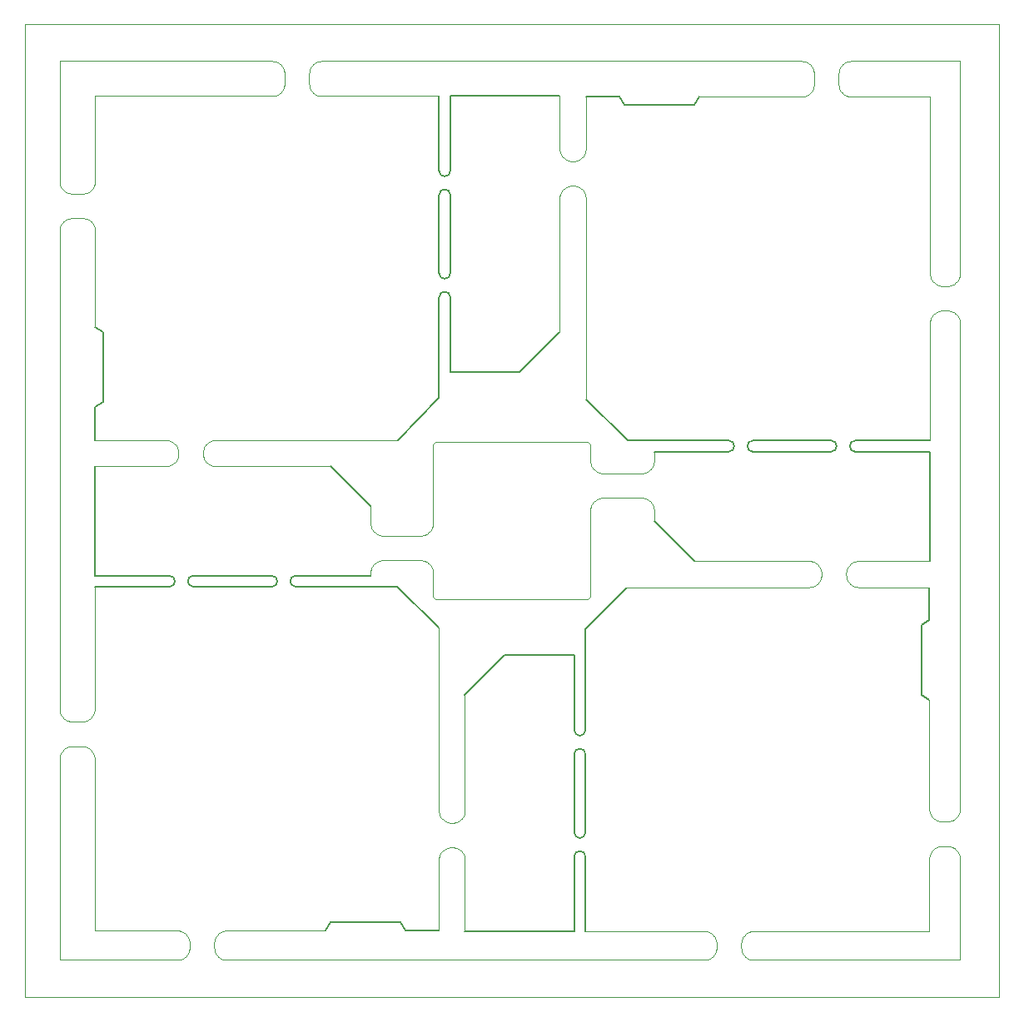
<source format=gbr>
G04 #@! TF.GenerationSoftware,KiCad,Pcbnew,(5.1.4)-1*
G04 #@! TF.CreationDate,2019-09-04T16:38:23-07:00*
G04 #@! TF.ProjectId,output.sprite_panel,6f757470-7574-42e7-9370-726974655f70,rev?*
G04 #@! TF.SameCoordinates,Original*
G04 #@! TF.FileFunction,Profile,NP*
%FSLAX46Y46*%
G04 Gerber Fmt 4.6, Leading zero omitted, Abs format (unit mm)*
G04 Created by KiCad (PCBNEW (5.1.4)-1) date 2019-09-04 16:38:23*
%MOMM*%
%LPD*%
G04 APERTURE LIST*
%ADD10C,0.150000*%
%ADD11C,0.050800*%
%ADD12C,0.100000*%
G04 APERTURE END LIST*
D10*
X143649700Y-98425000D02*
X147828000Y-94158400D01*
X142506700Y-129159000D02*
X131394200Y-129159000D01*
X143648956Y-98425000D02*
X143648956Y-108686600D01*
X142506700Y-129159000D02*
X142507444Y-121564400D01*
X178624900Y-97536000D02*
X178624900Y-94158400D01*
X177800000Y-105156000D02*
X178624900Y-105664000D01*
X131394200Y-105156000D02*
X135458200Y-101092000D01*
X135458200Y-101092000D02*
X142507444Y-101092000D01*
X142507444Y-108686600D02*
X142507444Y-101092000D01*
X142506700Y-119100600D02*
X142506700Y-111150400D01*
X177800000Y-105156000D02*
X177800000Y-98044000D01*
X177800000Y-98044000D02*
X178624900Y-97536000D01*
X143648956Y-121564400D02*
X143649700Y-129158400D01*
X143648956Y-111150400D02*
X143648956Y-119100600D01*
X142507444Y-121564400D02*
G75*
G02X143648956Y-121564400I570756J0D01*
G01*
X143648956Y-119100600D02*
G75*
G02X142507444Y-119100600I-570756J0D01*
G01*
X142507444Y-111150400D02*
G75*
G02X143648956Y-111150400I570756J0D01*
G01*
X143648956Y-108686600D02*
G75*
G02X142507444Y-108686600I-570756J0D01*
G01*
X147955000Y-79235300D02*
X143688400Y-75057000D01*
X158216600Y-79236044D02*
G75*
G02X158216600Y-80377556I0J-570756D01*
G01*
X171094400Y-80377556D02*
G75*
G02X171094400Y-79236044I0J570756D01*
G01*
X160680400Y-80377556D02*
G75*
G02X160680400Y-79236044I0J570756D01*
G01*
X168630600Y-79236044D02*
G75*
G02X168630600Y-80377556I0J-570756D01*
G01*
X168630600Y-80378300D02*
X160680400Y-80378300D01*
X158216600Y-80377556D02*
X150622000Y-80377556D01*
X178689000Y-80378300D02*
X178689000Y-91490800D01*
X147955000Y-79236044D02*
X158216600Y-79236044D01*
X171094400Y-79236044D02*
X178688400Y-79235300D01*
X160680400Y-79236044D02*
X168630600Y-79236044D01*
X154686000Y-45085000D02*
X147574000Y-45085000D01*
X147574000Y-45085000D02*
X147066000Y-44260100D01*
X147066000Y-44260100D02*
X143688400Y-44260100D01*
X178689000Y-80378300D02*
X171094400Y-80377556D01*
X154686000Y-91490800D02*
X150622000Y-87426800D01*
X154686000Y-45085000D02*
X155194000Y-44260100D01*
D11*
X86614000Y-36890000D02*
X185740000Y-36890000D01*
X185740000Y-135890000D02*
X185740000Y-36890000D01*
X86614000Y-135890000D02*
X86614000Y-36890000D01*
X86614000Y-135890000D02*
X185740000Y-135890000D01*
D10*
X128766044Y-54254400D02*
G75*
G02X129907556Y-54254400I570756J0D01*
G01*
X129907556Y-51790600D02*
G75*
G02X128766044Y-51790600I-570756J0D01*
G01*
X128766044Y-64668400D02*
G75*
G02X129907556Y-64668400I570756J0D01*
G01*
X129907556Y-62204600D02*
G75*
G02X128766044Y-62204600I-570756J0D01*
G01*
X128765300Y-74930000D02*
X124587000Y-79196600D01*
X129908300Y-54254400D02*
X129908300Y-62204600D01*
X129908300Y-44196000D02*
X129907556Y-51790600D01*
X129907556Y-64668400D02*
X129907556Y-72263000D01*
X128766044Y-74930000D02*
X128766044Y-64668400D01*
X128766044Y-62204600D02*
X128766044Y-54254400D01*
X128766044Y-51790600D02*
X128765300Y-44196600D01*
X136956800Y-72263000D02*
X129907556Y-72263000D01*
X141020800Y-68199000D02*
X136956800Y-72263000D01*
X129908300Y-44196000D02*
X141020800Y-44196000D01*
X94615000Y-68199000D02*
X93790100Y-67691000D01*
X94615000Y-75311000D02*
X93790100Y-75819000D01*
X93790100Y-75819000D02*
X93790100Y-79196600D01*
X94615000Y-68199000D02*
X94615000Y-75311000D01*
X103784400Y-94118956D02*
G75*
G02X103784400Y-92977444I0J570756D01*
G01*
X101320600Y-92977444D02*
G75*
G02X101320600Y-94118956I0J-570756D01*
G01*
X114198400Y-94118956D02*
G75*
G02X114198400Y-92977444I0J570756D01*
G01*
X111734600Y-92977444D02*
G75*
G02X111734600Y-94118956I0J-570756D01*
G01*
X124460000Y-94119700D02*
X128726600Y-98298000D01*
X103784400Y-92976700D02*
X111734600Y-92976700D01*
X93726000Y-92976700D02*
X101320600Y-92977444D01*
X114198400Y-92977444D02*
X121793000Y-92977444D01*
X124460000Y-94118956D02*
X114198400Y-94118956D01*
X111734600Y-94118956D02*
X103784400Y-94118956D01*
X101320600Y-94118956D02*
X93726600Y-94119700D01*
X117729000Y-81864200D02*
X121793000Y-85928200D01*
X93726000Y-92976700D02*
X93726000Y-81864200D01*
X117729000Y-128270000D02*
X117221000Y-129094900D01*
X124841000Y-128270000D02*
X125349000Y-129094900D01*
X125349000Y-129094900D02*
X128726600Y-129094900D01*
X117729000Y-128270000D02*
X124841000Y-128270000D01*
D12*
X144145000Y-95123000D02*
X143891000Y-95377000D01*
X128397000Y-95377000D02*
X128143000Y-95123000D01*
X128143000Y-79629000D02*
X128397000Y-79375000D01*
X143891000Y-79375000D02*
X144145000Y-79629000D01*
X143891000Y-79375000D02*
X128397000Y-79375000D01*
X128397000Y-95375000D02*
X143891000Y-95375000D01*
X160741998Y-132080000D02*
X181736000Y-132080000D01*
X155742010Y-129158400D02*
X143649700Y-129158400D01*
X160742013Y-129158400D02*
X178624900Y-129158400D01*
X160741998Y-132080000D02*
X160642294Y-132072313D01*
X160742013Y-129158400D02*
X160642309Y-129166087D01*
X160642294Y-132072313D02*
X160543476Y-132056985D01*
X160642309Y-129166087D02*
X160543491Y-129181415D01*
X160543476Y-132056985D02*
X160446129Y-132034107D01*
X160543491Y-129181415D02*
X160446144Y-129204293D01*
X160446129Y-132034107D02*
X160350829Y-132003814D01*
X160446144Y-129204293D02*
X160350844Y-129234586D01*
X160350829Y-132003814D02*
X160258139Y-131966285D01*
X160350844Y-129234586D02*
X160258154Y-129272115D01*
X160258139Y-131966285D02*
X160168608Y-131921742D01*
X160258154Y-129272115D02*
X160168623Y-129316658D01*
X160168608Y-131921742D02*
X160082766Y-131870449D01*
X160168623Y-129316658D02*
X160082781Y-129367951D01*
X160082766Y-131870449D02*
X160001121Y-131812709D01*
X160082781Y-129367951D02*
X160001136Y-129425691D01*
X160001121Y-131812709D02*
X159924156Y-131748864D01*
X160001136Y-129425691D02*
X159924171Y-129489536D01*
X159924156Y-131748864D02*
X159852326Y-131679292D01*
X159924171Y-129489536D02*
X159852341Y-129559108D01*
X159852326Y-131679292D02*
X159786056Y-131604405D01*
X159852341Y-129559108D02*
X159786071Y-129633995D01*
X159786056Y-131604405D02*
X159725738Y-131524646D01*
X159786071Y-129633995D02*
X159725753Y-129713754D01*
X159725738Y-131524646D02*
X159671729Y-131440487D01*
X159725753Y-129713754D02*
X159671744Y-129797913D01*
X159671729Y-131440487D02*
X159624349Y-131352426D01*
X159671744Y-129797913D02*
X159624364Y-129885974D01*
X159624349Y-131352426D02*
X159583878Y-131260984D01*
X159624364Y-129885974D02*
X159583893Y-129977416D01*
X159583878Y-131260984D02*
X159550556Y-131166702D01*
X159583893Y-129977416D02*
X159550571Y-130071698D01*
X159550556Y-131166702D02*
X159524580Y-131070138D01*
X159550571Y-130071698D02*
X159524595Y-130168262D01*
X159524580Y-131070138D02*
X159506103Y-130971863D01*
X159524595Y-130168262D02*
X159506118Y-130266537D01*
X159506103Y-130971863D02*
X159495235Y-130872458D01*
X159506118Y-130266537D02*
X159495250Y-130365942D01*
X159495235Y-130872458D02*
X159492040Y-130772512D01*
X159495250Y-130365942D02*
X159492055Y-130465888D01*
X159492040Y-130772512D02*
X159492055Y-130465888D01*
X155742055Y-132080000D02*
X155841759Y-132072313D01*
X155742010Y-129158400D02*
X155841714Y-129166087D01*
X155841759Y-132072313D02*
X155940577Y-132056985D01*
X155841714Y-129166087D02*
X155940532Y-129181415D01*
X155940577Y-132056985D02*
X156037924Y-132034107D01*
X155940532Y-129181415D02*
X156037879Y-129204293D01*
X156037924Y-132034107D02*
X156133224Y-132003814D01*
X156037879Y-129204293D02*
X156133179Y-129234586D01*
X156133224Y-132003814D02*
X156225914Y-131966285D01*
X156133179Y-129234586D02*
X156225869Y-129272115D01*
X156225914Y-131966285D02*
X156315445Y-131921742D01*
X156225869Y-129272115D02*
X156315400Y-129316658D01*
X156315445Y-131921742D02*
X156401287Y-131870449D01*
X156315400Y-129316658D02*
X156401242Y-129367951D01*
X156401287Y-131870449D02*
X156482932Y-131812709D01*
X156401242Y-129367951D02*
X156482887Y-129425691D01*
X156482932Y-131812709D02*
X156559897Y-131748864D01*
X156482887Y-129425691D02*
X156559852Y-129489536D01*
X156559897Y-131748864D02*
X156631727Y-131679292D01*
X156559852Y-129489536D02*
X156631682Y-129559108D01*
X156631727Y-131679292D02*
X156697997Y-131604405D01*
X156631682Y-129559108D02*
X156697952Y-129633995D01*
X156697997Y-131604405D02*
X156758315Y-131524646D01*
X156697952Y-129633995D02*
X156758270Y-129713754D01*
X156758315Y-131524646D02*
X156812324Y-131440487D01*
X156758270Y-129713754D02*
X156812279Y-129797913D01*
X156812324Y-131440487D02*
X156859704Y-131352426D01*
X156812279Y-129797913D02*
X156859659Y-129885974D01*
X156859704Y-131352426D02*
X156900175Y-131260984D01*
X156859659Y-129885974D02*
X156900130Y-129977416D01*
X156900175Y-131260984D02*
X156933497Y-131166702D01*
X156900130Y-129977416D02*
X156933452Y-130071698D01*
X156933497Y-131166702D02*
X156959473Y-131070138D01*
X156933452Y-130071698D02*
X156959428Y-130168262D01*
X156959473Y-131070138D02*
X156977950Y-130971863D01*
X156959428Y-130168262D02*
X156977905Y-130266537D01*
X156977950Y-130971863D02*
X156988818Y-130872458D01*
X156977905Y-130266537D02*
X156988773Y-130365942D01*
X156988818Y-130872458D02*
X156992013Y-130772512D01*
X156988773Y-130365942D02*
X156991968Y-130465888D01*
X156992013Y-130772512D02*
X156991968Y-130465888D01*
X128726600Y-121880008D02*
X128726600Y-129094900D01*
X128726600Y-116879990D02*
X128726600Y-98298000D01*
X131394200Y-121879995D02*
X131394200Y-129158400D01*
X131394200Y-116879990D02*
X131394200Y-105156000D01*
X131394200Y-121879995D02*
X131386513Y-121780291D01*
X128726600Y-121880008D02*
X128734287Y-121780304D01*
X131386513Y-121780291D02*
X131371185Y-121681473D01*
X128734287Y-121780304D02*
X128749615Y-121681486D01*
X131371185Y-121681473D02*
X131348307Y-121584126D01*
X128749615Y-121681486D02*
X128772493Y-121584139D01*
X131348307Y-121584126D02*
X131318014Y-121488826D01*
X128772493Y-121584139D02*
X128802786Y-121488839D01*
X131318014Y-121488826D02*
X131280485Y-121396136D01*
X128802786Y-121488839D02*
X128840315Y-121396149D01*
X131280485Y-121396136D02*
X131235942Y-121306605D01*
X128840315Y-121396149D02*
X128884858Y-121306618D01*
X131235942Y-121306605D02*
X131184649Y-121220763D01*
X128884858Y-121306618D02*
X128936151Y-121220776D01*
X131184649Y-121220763D02*
X131126909Y-121139118D01*
X128936151Y-121220776D02*
X128993891Y-121139131D01*
X131126909Y-121139118D02*
X131063064Y-121062153D01*
X128993891Y-121139131D02*
X129057736Y-121062166D01*
X131063064Y-121062153D02*
X130993492Y-120990323D01*
X129057736Y-121062166D02*
X129127308Y-120990336D01*
X130993492Y-120990323D02*
X130918605Y-120924053D01*
X129127308Y-120990336D02*
X129202195Y-120924066D01*
X130918605Y-120924053D02*
X130838846Y-120863735D01*
X129202195Y-120924066D02*
X129281954Y-120863748D01*
X130838846Y-120863735D02*
X130754687Y-120809726D01*
X129281954Y-120863748D02*
X129366113Y-120809739D01*
X130754687Y-120809726D02*
X130666626Y-120762346D01*
X129366113Y-120809739D02*
X129454174Y-120762359D01*
X130666626Y-120762346D02*
X130575184Y-120721875D01*
X129454174Y-120762359D02*
X129545616Y-120721888D01*
X130575184Y-120721875D02*
X130480902Y-120688553D01*
X129545616Y-120721888D02*
X129639898Y-120688566D01*
X130480902Y-120688553D02*
X130384338Y-120662577D01*
X129639898Y-120688566D02*
X129736462Y-120662590D01*
X130384338Y-120662577D02*
X130286063Y-120644100D01*
X129736462Y-120662590D02*
X129834737Y-120644113D01*
X130286063Y-120644100D02*
X130186658Y-120633232D01*
X129834737Y-120644113D02*
X129934142Y-120633245D01*
X130186658Y-120633232D02*
X130086712Y-120630037D01*
X129934142Y-120633245D02*
X130034088Y-120630050D01*
X130034088Y-120630050D02*
X130086712Y-120630037D01*
X131394200Y-116879990D02*
X131386513Y-116979694D01*
X128726600Y-116879990D02*
X128734287Y-116979694D01*
X131386513Y-116979694D02*
X131371185Y-117078512D01*
X128734287Y-116979694D02*
X128749615Y-117078512D01*
X131371185Y-117078512D02*
X131348307Y-117175859D01*
X128749615Y-117078512D02*
X128772493Y-117175859D01*
X131348307Y-117175859D02*
X131318014Y-117271159D01*
X128772493Y-117175859D02*
X128802786Y-117271159D01*
X131318014Y-117271159D02*
X131280485Y-117363849D01*
X128802786Y-117271159D02*
X128840315Y-117363849D01*
X131280485Y-117363849D02*
X131235942Y-117453380D01*
X128840315Y-117363849D02*
X128884858Y-117453380D01*
X131235942Y-117453380D02*
X131184649Y-117539222D01*
X128884858Y-117453380D02*
X128936151Y-117539222D01*
X131184649Y-117539222D02*
X131126909Y-117620867D01*
X128936151Y-117539222D02*
X128993891Y-117620867D01*
X131126909Y-117620867D02*
X131063064Y-117697832D01*
X128993891Y-117620867D02*
X129057736Y-117697832D01*
X131063064Y-117697832D02*
X130993492Y-117769662D01*
X129057736Y-117697832D02*
X129127308Y-117769662D01*
X130993492Y-117769662D02*
X130918605Y-117835932D01*
X129127308Y-117769662D02*
X129202195Y-117835932D01*
X130918605Y-117835932D02*
X130838846Y-117896250D01*
X129202195Y-117835932D02*
X129281954Y-117896250D01*
X130838846Y-117896250D02*
X130754687Y-117950259D01*
X129281954Y-117896250D02*
X129366113Y-117950259D01*
X130754687Y-117950259D02*
X130666626Y-117997639D01*
X129366113Y-117950259D02*
X129454174Y-117997639D01*
X130666626Y-117997639D02*
X130575184Y-118038110D01*
X129454174Y-117997639D02*
X129545616Y-118038110D01*
X130575184Y-118038110D02*
X130480902Y-118071432D01*
X129545616Y-118038110D02*
X129639898Y-118071432D01*
X130480902Y-118071432D02*
X130384338Y-118097408D01*
X129639898Y-118071432D02*
X129736462Y-118097408D01*
X130384338Y-118097408D02*
X130286063Y-118115885D01*
X129736462Y-118097408D02*
X129834737Y-118115885D01*
X130286063Y-118115885D02*
X130186658Y-118126753D01*
X129834737Y-118115885D02*
X129934142Y-118126753D01*
X130186658Y-118126753D02*
X130086712Y-118129948D01*
X129934142Y-118126753D02*
X130034088Y-118129948D01*
X130034088Y-118129948D02*
X130086712Y-118129948D01*
X101004992Y-79196600D02*
X93790100Y-79196600D01*
X106005010Y-79196600D02*
X124587000Y-79196600D01*
X101005005Y-81864200D02*
X93726600Y-81864200D01*
X106005010Y-81864200D02*
X117729000Y-81864200D01*
X101005005Y-81864200D02*
X101104709Y-81856513D01*
X101004992Y-79196600D02*
X101104696Y-79204287D01*
X101104709Y-81856513D02*
X101203527Y-81841185D01*
X101104696Y-79204287D02*
X101203514Y-79219615D01*
X101203527Y-81841185D02*
X101300874Y-81818307D01*
X101203514Y-79219615D02*
X101300861Y-79242493D01*
X101300874Y-81818307D02*
X101396174Y-81788014D01*
X101300861Y-79242493D02*
X101396161Y-79272786D01*
X101396174Y-81788014D02*
X101488864Y-81750485D01*
X101396161Y-79272786D02*
X101488851Y-79310315D01*
X101488864Y-81750485D02*
X101578395Y-81705942D01*
X101488851Y-79310315D02*
X101578382Y-79354858D01*
X101578395Y-81705942D02*
X101664237Y-81654649D01*
X101578382Y-79354858D02*
X101664224Y-79406151D01*
X101664237Y-81654649D02*
X101745882Y-81596909D01*
X101664224Y-79406151D02*
X101745869Y-79463891D01*
X101745882Y-81596909D02*
X101822847Y-81533064D01*
X101745869Y-79463891D02*
X101822834Y-79527736D01*
X101822847Y-81533064D02*
X101894677Y-81463492D01*
X101822834Y-79527736D02*
X101894664Y-79597308D01*
X101894677Y-81463492D02*
X101960947Y-81388605D01*
X101894664Y-79597308D02*
X101960934Y-79672195D01*
X101960947Y-81388605D02*
X102021265Y-81308846D01*
X101960934Y-79672195D02*
X102021252Y-79751954D01*
X102021265Y-81308846D02*
X102075274Y-81224687D01*
X102021252Y-79751954D02*
X102075261Y-79836113D01*
X102075274Y-81224687D02*
X102122654Y-81136626D01*
X102075261Y-79836113D02*
X102122641Y-79924174D01*
X102122654Y-81136626D02*
X102163125Y-81045184D01*
X102122641Y-79924174D02*
X102163112Y-80015616D01*
X102163125Y-81045184D02*
X102196447Y-80950902D01*
X102163112Y-80015616D02*
X102196434Y-80109898D01*
X102196447Y-80950902D02*
X102222423Y-80854338D01*
X102196434Y-80109898D02*
X102222410Y-80206462D01*
X102222423Y-80854338D02*
X102240900Y-80756063D01*
X102222410Y-80206462D02*
X102240887Y-80304737D01*
X102240900Y-80756063D02*
X102251768Y-80656658D01*
X102240887Y-80304737D02*
X102251755Y-80404142D01*
X102251768Y-80656658D02*
X102254963Y-80556712D01*
X102251755Y-80404142D02*
X102254950Y-80504088D01*
X102254950Y-80504088D02*
X102254963Y-80556712D01*
X106005010Y-81864200D02*
X105905306Y-81856513D01*
X106005010Y-79196600D02*
X105905306Y-79204287D01*
X105905306Y-81856513D02*
X105806488Y-81841185D01*
X105905306Y-79204287D02*
X105806488Y-79219615D01*
X105806488Y-81841185D02*
X105709141Y-81818307D01*
X105806488Y-79219615D02*
X105709141Y-79242493D01*
X105709141Y-81818307D02*
X105613841Y-81788014D01*
X105709141Y-79242493D02*
X105613841Y-79272786D01*
X105613841Y-81788014D02*
X105521151Y-81750485D01*
X105613841Y-79272786D02*
X105521151Y-79310315D01*
X105521151Y-81750485D02*
X105431620Y-81705942D01*
X105521151Y-79310315D02*
X105431620Y-79354858D01*
X105431620Y-81705942D02*
X105345778Y-81654649D01*
X105431620Y-79354858D02*
X105345778Y-79406151D01*
X105345778Y-81654649D02*
X105264133Y-81596909D01*
X105345778Y-79406151D02*
X105264133Y-79463891D01*
X105264133Y-81596909D02*
X105187168Y-81533064D01*
X105264133Y-79463891D02*
X105187168Y-79527736D01*
X105187168Y-81533064D02*
X105115338Y-81463492D01*
X105187168Y-79527736D02*
X105115338Y-79597308D01*
X105115338Y-81463492D02*
X105049068Y-81388605D01*
X105115338Y-79597308D02*
X105049068Y-79672195D01*
X105049068Y-81388605D02*
X104988750Y-81308846D01*
X105049068Y-79672195D02*
X104988750Y-79751954D01*
X104988750Y-81308846D02*
X104934741Y-81224687D01*
X104988750Y-79751954D02*
X104934741Y-79836113D01*
X104934741Y-81224687D02*
X104887361Y-81136626D01*
X104934741Y-79836113D02*
X104887361Y-79924174D01*
X104887361Y-81136626D02*
X104846890Y-81045184D01*
X104887361Y-79924174D02*
X104846890Y-80015616D01*
X104846890Y-81045184D02*
X104813568Y-80950902D01*
X104846890Y-80015616D02*
X104813568Y-80109898D01*
X104813568Y-80950902D02*
X104787592Y-80854338D01*
X104813568Y-80109898D02*
X104787592Y-80206462D01*
X104787592Y-80854338D02*
X104769115Y-80756063D01*
X104787592Y-80206462D02*
X104769115Y-80304737D01*
X104769115Y-80756063D02*
X104758247Y-80656658D01*
X104769115Y-80304737D02*
X104758247Y-80404142D01*
X104758247Y-80656658D02*
X104755052Y-80556712D01*
X104758247Y-80404142D02*
X104755052Y-80504088D01*
X104755052Y-80504088D02*
X104755052Y-80556712D01*
X171409995Y-91490800D02*
X178688400Y-91490800D01*
X166409990Y-91490800D02*
X154686000Y-91490800D01*
X171410008Y-94158400D02*
X178624900Y-94158400D01*
X166409990Y-94158400D02*
X147828000Y-94158400D01*
X166409990Y-94158400D02*
X166509694Y-94150713D01*
X166409990Y-91490800D02*
X166509694Y-91498487D01*
X166509694Y-94150713D02*
X166608512Y-94135385D01*
X166509694Y-91498487D02*
X166608512Y-91513815D01*
X166608512Y-94135385D02*
X166705859Y-94112507D01*
X166608512Y-91513815D02*
X166705859Y-91536693D01*
X166705859Y-94112507D02*
X166801159Y-94082214D01*
X166705859Y-91536693D02*
X166801159Y-91566986D01*
X166801159Y-94082214D02*
X166893849Y-94044685D01*
X166801159Y-91566986D02*
X166893849Y-91604515D01*
X166893849Y-94044685D02*
X166983380Y-94000142D01*
X166893849Y-91604515D02*
X166983380Y-91649058D01*
X166983380Y-94000142D02*
X167069222Y-93948849D01*
X166983380Y-91649058D02*
X167069222Y-91700351D01*
X167069222Y-93948849D02*
X167150867Y-93891109D01*
X167069222Y-91700351D02*
X167150867Y-91758091D01*
X167150867Y-93891109D02*
X167227832Y-93827264D01*
X167150867Y-91758091D02*
X167227832Y-91821936D01*
X167227832Y-93827264D02*
X167299662Y-93757692D01*
X167227832Y-91821936D02*
X167299662Y-91891508D01*
X167299662Y-93757692D02*
X167365932Y-93682805D01*
X167299662Y-91891508D02*
X167365932Y-91966395D01*
X167365932Y-93682805D02*
X167426250Y-93603046D01*
X167365932Y-91966395D02*
X167426250Y-92046154D01*
X167426250Y-93603046D02*
X167480259Y-93518887D01*
X167426250Y-92046154D02*
X167480259Y-92130313D01*
X167480259Y-93518887D02*
X167527639Y-93430826D01*
X167480259Y-92130313D02*
X167527639Y-92218374D01*
X167527639Y-93430826D02*
X167568110Y-93339384D01*
X167527639Y-92218374D02*
X167568110Y-92309816D01*
X167568110Y-93339384D02*
X167601432Y-93245102D01*
X167568110Y-92309816D02*
X167601432Y-92404098D01*
X167601432Y-93245102D02*
X167627408Y-93148538D01*
X167601432Y-92404098D02*
X167627408Y-92500662D01*
X167627408Y-93148538D02*
X167645885Y-93050263D01*
X167627408Y-92500662D02*
X167645885Y-92598937D01*
X167645885Y-93050263D02*
X167656753Y-92950858D01*
X167645885Y-92598937D02*
X167656753Y-92698342D01*
X167656753Y-92950858D02*
X167659948Y-92850912D01*
X167656753Y-92698342D02*
X167659948Y-92798288D01*
X167659948Y-92798288D02*
X167659948Y-92850912D01*
X171409995Y-91490800D02*
X171310291Y-91498487D01*
X171410008Y-94158400D02*
X171310304Y-94150713D01*
X171310291Y-91498487D02*
X171211473Y-91513815D01*
X171310304Y-94150713D02*
X171211486Y-94135385D01*
X171211473Y-91513815D02*
X171114126Y-91536693D01*
X171211486Y-94135385D02*
X171114139Y-94112507D01*
X171114126Y-91536693D02*
X171018826Y-91566986D01*
X171114139Y-94112507D02*
X171018839Y-94082214D01*
X171018826Y-91566986D02*
X170926136Y-91604515D01*
X171018839Y-94082214D02*
X170926149Y-94044685D01*
X170926136Y-91604515D02*
X170836605Y-91649058D01*
X170926149Y-94044685D02*
X170836618Y-94000142D01*
X170836605Y-91649058D02*
X170750763Y-91700351D01*
X170836618Y-94000142D02*
X170750776Y-93948849D01*
X170750763Y-91700351D02*
X170669118Y-91758091D01*
X170750776Y-93948849D02*
X170669131Y-93891109D01*
X170669118Y-91758091D02*
X170592153Y-91821936D01*
X170669131Y-93891109D02*
X170592166Y-93827264D01*
X170592153Y-91821936D02*
X170520323Y-91891508D01*
X170592166Y-93827264D02*
X170520336Y-93757692D01*
X170520323Y-91891508D02*
X170454053Y-91966395D01*
X170520336Y-93757692D02*
X170454066Y-93682805D01*
X170454053Y-91966395D02*
X170393735Y-92046154D01*
X170454066Y-93682805D02*
X170393748Y-93603046D01*
X170393735Y-92046154D02*
X170339726Y-92130313D01*
X170393748Y-93603046D02*
X170339739Y-93518887D01*
X170339726Y-92130313D02*
X170292346Y-92218374D01*
X170339739Y-93518887D02*
X170292359Y-93430826D01*
X170292346Y-92218374D02*
X170251875Y-92309816D01*
X170292359Y-93430826D02*
X170251888Y-93339384D01*
X170251875Y-92309816D02*
X170218553Y-92404098D01*
X170251888Y-93339384D02*
X170218566Y-93245102D01*
X170218553Y-92404098D02*
X170192577Y-92500662D01*
X170218566Y-93245102D02*
X170192590Y-93148538D01*
X170192577Y-92500662D02*
X170174100Y-92598937D01*
X170192590Y-93148538D02*
X170174113Y-93050263D01*
X170174100Y-92598937D02*
X170163232Y-92698342D01*
X170174113Y-93050263D02*
X170163245Y-92950858D01*
X170163232Y-92698342D02*
X170160037Y-92798288D01*
X170163245Y-92950858D02*
X170160050Y-92850912D01*
X170160037Y-92798288D02*
X170160050Y-92850912D01*
X143688400Y-49569992D02*
X143688400Y-44260100D01*
X143688400Y-54570008D02*
X143688400Y-75057000D01*
X141020800Y-49569997D02*
X141020800Y-44196600D01*
X141020800Y-54569995D02*
X141020800Y-68199000D01*
X141020800Y-49569997D02*
X141028487Y-49669701D01*
X143688400Y-49569992D02*
X143680713Y-49669696D01*
X141028487Y-49669701D02*
X141043815Y-49768519D01*
X143680713Y-49669696D02*
X143665385Y-49768514D01*
X141043815Y-49768519D02*
X141066693Y-49865866D01*
X143665385Y-49768514D02*
X143642507Y-49865861D01*
X141066693Y-49865866D02*
X141096986Y-49961166D01*
X143642507Y-49865861D02*
X143612214Y-49961161D01*
X141096986Y-49961166D02*
X141134515Y-50053856D01*
X143612214Y-49961161D02*
X143574685Y-50053851D01*
X141134515Y-50053856D02*
X141179058Y-50143387D01*
X143574685Y-50053851D02*
X143530142Y-50143382D01*
X141179058Y-50143387D02*
X141230351Y-50229229D01*
X143530142Y-50143382D02*
X143478849Y-50229224D01*
X141230351Y-50229229D02*
X141288091Y-50310874D01*
X143478849Y-50229224D02*
X143421109Y-50310869D01*
X141288091Y-50310874D02*
X141351936Y-50387839D01*
X143421109Y-50310869D02*
X143357264Y-50387834D01*
X141351936Y-50387839D02*
X141421508Y-50459669D01*
X143357264Y-50387834D02*
X143287692Y-50459664D01*
X141421508Y-50459669D02*
X141496395Y-50525939D01*
X143287692Y-50459664D02*
X143212805Y-50525934D01*
X141496395Y-50525939D02*
X141576154Y-50586257D01*
X143212805Y-50525934D02*
X143133046Y-50586252D01*
X141576154Y-50586257D02*
X141660313Y-50640266D01*
X143133046Y-50586252D02*
X143048887Y-50640261D01*
X141660313Y-50640266D02*
X141748374Y-50687646D01*
X143048887Y-50640261D02*
X142960826Y-50687641D01*
X141748374Y-50687646D02*
X141839816Y-50728117D01*
X142960826Y-50687641D02*
X142869384Y-50728112D01*
X141839816Y-50728117D02*
X141934098Y-50761439D01*
X142869384Y-50728112D02*
X142775102Y-50761434D01*
X141934098Y-50761439D02*
X142030662Y-50787415D01*
X142775102Y-50761434D02*
X142678538Y-50787410D01*
X142030662Y-50787415D02*
X142128937Y-50805892D01*
X142678538Y-50787410D02*
X142580263Y-50805887D01*
X142128937Y-50805892D02*
X142228342Y-50816760D01*
X142580263Y-50805887D02*
X142480858Y-50816755D01*
X142228342Y-50816760D02*
X142328288Y-50819955D01*
X142480858Y-50816755D02*
X142380912Y-50819950D01*
X142380912Y-50819950D02*
X142328288Y-50819955D01*
X141020800Y-54569995D02*
X141028487Y-54470291D01*
X143688400Y-54570008D02*
X143680713Y-54470304D01*
X141028487Y-54470291D02*
X141043815Y-54371473D01*
X143680713Y-54470304D02*
X143665385Y-54371486D01*
X141043815Y-54371473D02*
X141066693Y-54274126D01*
X143665385Y-54371486D02*
X143642507Y-54274139D01*
X141066693Y-54274126D02*
X141096986Y-54178826D01*
X143642507Y-54274139D02*
X143612214Y-54178839D01*
X141096986Y-54178826D02*
X141134515Y-54086136D01*
X143612214Y-54178839D02*
X143574685Y-54086149D01*
X141134515Y-54086136D02*
X141179058Y-53996605D01*
X143574685Y-54086149D02*
X143530142Y-53996618D01*
X141179058Y-53996605D02*
X141230351Y-53910763D01*
X143530142Y-53996618D02*
X143478849Y-53910776D01*
X141230351Y-53910763D02*
X141288091Y-53829118D01*
X143478849Y-53910776D02*
X143421109Y-53829131D01*
X141288091Y-53829118D02*
X141351936Y-53752153D01*
X143421109Y-53829131D02*
X143357264Y-53752166D01*
X141351936Y-53752153D02*
X141421508Y-53680323D01*
X143357264Y-53752166D02*
X143287692Y-53680336D01*
X141421508Y-53680323D02*
X141496395Y-53614053D01*
X143287692Y-53680336D02*
X143212805Y-53614066D01*
X141496395Y-53614053D02*
X141576154Y-53553735D01*
X143212805Y-53614066D02*
X143133046Y-53553748D01*
X141576154Y-53553735D02*
X141660313Y-53499726D01*
X143133046Y-53553748D02*
X143048887Y-53499739D01*
X141660313Y-53499726D02*
X141748374Y-53452346D01*
X143048887Y-53499739D02*
X142960826Y-53452359D01*
X141748374Y-53452346D02*
X141839816Y-53411875D01*
X142960826Y-53452359D02*
X142869384Y-53411888D01*
X141839816Y-53411875D02*
X141934098Y-53378553D01*
X142869384Y-53411888D02*
X142775102Y-53378566D01*
X141934098Y-53378553D02*
X142030662Y-53352577D01*
X142775102Y-53378566D02*
X142678538Y-53352590D01*
X142030662Y-53352577D02*
X142128937Y-53334100D01*
X142678538Y-53352590D02*
X142580263Y-53334113D01*
X142128937Y-53334100D02*
X142228342Y-53323232D01*
X142580263Y-53334113D02*
X142480858Y-53323245D01*
X142228342Y-53323232D02*
X142328288Y-53320037D01*
X142480858Y-53323245D02*
X142380912Y-53320050D01*
X142380912Y-53320050D02*
X142328288Y-53320037D01*
X181736000Y-121753015D02*
X181736000Y-132080000D01*
X178624900Y-121753000D02*
X178624900Y-129158400D01*
X178624900Y-116752997D02*
X178624900Y-105664000D01*
X178624900Y-116752997D02*
X178632587Y-116852701D01*
X181736000Y-116752910D02*
X181728313Y-116852614D01*
X178632587Y-116852701D02*
X178647915Y-116951519D01*
X181728313Y-116852614D02*
X181712985Y-116951432D01*
X178647915Y-116951519D02*
X178670793Y-117048866D01*
X181712985Y-116951432D02*
X181690107Y-117048779D01*
X178670793Y-117048866D02*
X178701086Y-117144166D01*
X181690107Y-117048779D02*
X181659814Y-117144079D01*
X178701086Y-117144166D02*
X178738615Y-117236856D01*
X181659814Y-117144079D02*
X181622285Y-117236769D01*
X178738615Y-117236856D02*
X178783158Y-117326387D01*
X181622285Y-117236769D02*
X181577742Y-117326300D01*
X178783158Y-117326387D02*
X178834451Y-117412229D01*
X181577742Y-117326300D02*
X181526449Y-117412142D01*
X178834451Y-117412229D02*
X178892191Y-117493874D01*
X181526449Y-117412142D02*
X181468709Y-117493787D01*
X178892191Y-117493874D02*
X178956036Y-117570839D01*
X181468709Y-117493787D02*
X181404864Y-117570752D01*
X178956036Y-117570839D02*
X179025608Y-117642669D01*
X181404864Y-117570752D02*
X181335292Y-117642582D01*
X179025608Y-117642669D02*
X179100495Y-117708939D01*
X181335292Y-117642582D02*
X181260405Y-117708852D01*
X179100495Y-117708939D02*
X179180254Y-117769257D01*
X181260405Y-117708852D02*
X181180646Y-117769170D01*
X179180254Y-117769257D02*
X179264413Y-117823266D01*
X181180646Y-117769170D02*
X181096487Y-117823179D01*
X179264413Y-117823266D02*
X179352474Y-117870646D01*
X181096487Y-117823179D02*
X181008426Y-117870559D01*
X179352474Y-117870646D02*
X179443916Y-117911117D01*
X181008426Y-117870559D02*
X180916984Y-117911030D01*
X179443916Y-117911117D02*
X179538198Y-117944439D01*
X180916984Y-117911030D02*
X180822702Y-117944352D01*
X179538198Y-117944439D02*
X179634762Y-117970415D01*
X180822702Y-117944352D02*
X180726138Y-117970328D01*
X179634762Y-117970415D02*
X179733037Y-117988892D01*
X180726138Y-117970328D02*
X180627863Y-117988805D01*
X179733037Y-117988892D02*
X179832442Y-117999760D01*
X180627863Y-117988805D02*
X180528458Y-117999673D01*
X179832442Y-117999760D02*
X179932388Y-118002955D01*
X180528458Y-117999673D02*
X180428512Y-118002868D01*
X180428512Y-118002868D02*
X179932388Y-118002955D01*
X178624900Y-121753000D02*
X178632587Y-121653296D01*
X181736000Y-121753015D02*
X181728313Y-121653311D01*
X178632587Y-121653296D02*
X178647915Y-121554478D01*
X181728313Y-121653311D02*
X181712985Y-121554493D01*
X178647915Y-121554478D02*
X178670793Y-121457131D01*
X181712985Y-121554493D02*
X181690107Y-121457146D01*
X178670793Y-121457131D02*
X178701086Y-121361831D01*
X181690107Y-121457146D02*
X181659814Y-121361846D01*
X178701086Y-121361831D02*
X178738615Y-121269141D01*
X181659814Y-121361846D02*
X181622285Y-121269156D01*
X178738615Y-121269141D02*
X178783158Y-121179610D01*
X181622285Y-121269156D02*
X181577742Y-121179625D01*
X178783158Y-121179610D02*
X178834451Y-121093768D01*
X181577742Y-121179625D02*
X181526449Y-121093783D01*
X178834451Y-121093768D02*
X178892191Y-121012123D01*
X181526449Y-121093783D02*
X181468709Y-121012138D01*
X178892191Y-121012123D02*
X178956036Y-120935158D01*
X181468709Y-121012138D02*
X181404864Y-120935173D01*
X178956036Y-120935158D02*
X179025608Y-120863328D01*
X181404864Y-120935173D02*
X181335292Y-120863343D01*
X179025608Y-120863328D02*
X179100495Y-120797058D01*
X181335292Y-120863343D02*
X181260405Y-120797073D01*
X179100495Y-120797058D02*
X179180254Y-120736740D01*
X181260405Y-120797073D02*
X181180646Y-120736755D01*
X179180254Y-120736740D02*
X179264413Y-120682731D01*
X181180646Y-120736755D02*
X181096487Y-120682746D01*
X179264413Y-120682731D02*
X179352474Y-120635351D01*
X181096487Y-120682746D02*
X181008426Y-120635366D01*
X179352474Y-120635351D02*
X179443916Y-120594880D01*
X181008426Y-120635366D02*
X180916984Y-120594895D01*
X179443916Y-120594880D02*
X179538198Y-120561558D01*
X180916984Y-120594895D02*
X180822702Y-120561573D01*
X179538198Y-120561558D02*
X179634762Y-120535582D01*
X180822702Y-120561573D02*
X180726138Y-120535597D01*
X179634762Y-120535582D02*
X179733037Y-120517105D01*
X180726138Y-120535597D02*
X180627863Y-120517120D01*
X179733037Y-120517105D02*
X179832442Y-120506237D01*
X180627863Y-120517120D02*
X180528458Y-120506252D01*
X179832442Y-120506237D02*
X179932388Y-120503042D01*
X180528458Y-120506252D02*
X180428512Y-120503057D01*
X180428512Y-120503057D02*
X179932388Y-120503042D01*
X181736000Y-67269988D02*
X181736000Y-116752910D01*
X181736000Y-62270012D02*
X181736000Y-40640000D01*
X178688400Y-67270003D02*
X178688400Y-79235300D01*
X178688400Y-62269997D02*
X178688400Y-44260100D01*
X181736000Y-62270012D02*
X181728313Y-62369716D01*
X178688400Y-62269997D02*
X178696087Y-62369701D01*
X181728313Y-62369716D02*
X181712985Y-62468534D01*
X178696087Y-62369701D02*
X178711415Y-62468519D01*
X181712985Y-62468534D02*
X181690107Y-62565881D01*
X178711415Y-62468519D02*
X178734293Y-62565866D01*
X181690107Y-62565881D02*
X181659814Y-62661181D01*
X178734293Y-62565866D02*
X178764586Y-62661166D01*
X181659814Y-62661181D02*
X181622285Y-62753871D01*
X178764586Y-62661166D02*
X178802115Y-62753856D01*
X181622285Y-62753871D02*
X181577742Y-62843402D01*
X178802115Y-62753856D02*
X178846658Y-62843387D01*
X181577742Y-62843402D02*
X181526449Y-62929244D01*
X178846658Y-62843387D02*
X178897951Y-62929229D01*
X181526449Y-62929244D02*
X181468709Y-63010889D01*
X178897951Y-62929229D02*
X178955691Y-63010874D01*
X181468709Y-63010889D02*
X181404864Y-63087854D01*
X178955691Y-63010874D02*
X179019536Y-63087839D01*
X181404864Y-63087854D02*
X181335292Y-63159684D01*
X179019536Y-63087839D02*
X179089108Y-63159669D01*
X181335292Y-63159684D02*
X181260405Y-63225954D01*
X179089108Y-63159669D02*
X179163995Y-63225939D01*
X181260405Y-63225954D02*
X181180646Y-63286272D01*
X179163995Y-63225939D02*
X179243754Y-63286257D01*
X181180646Y-63286272D02*
X181096487Y-63340281D01*
X179243754Y-63286257D02*
X179327913Y-63340266D01*
X181096487Y-63340281D02*
X181008426Y-63387661D01*
X179327913Y-63340266D02*
X179415974Y-63387646D01*
X181008426Y-63387661D02*
X180916984Y-63428132D01*
X179415974Y-63387646D02*
X179507416Y-63428117D01*
X180916984Y-63428132D02*
X180822702Y-63461454D01*
X179507416Y-63428117D02*
X179601698Y-63461439D01*
X180822702Y-63461454D02*
X180726138Y-63487430D01*
X179601698Y-63461439D02*
X179698262Y-63487415D01*
X180726138Y-63487430D02*
X180627863Y-63505907D01*
X179698262Y-63487415D02*
X179796537Y-63505892D01*
X180627863Y-63505907D02*
X180528458Y-63516775D01*
X179796537Y-63505892D02*
X179895942Y-63516760D01*
X180528458Y-63516775D02*
X180428512Y-63519970D01*
X179895942Y-63516760D02*
X179995888Y-63519955D01*
X180428512Y-63519970D02*
X179995888Y-63519955D01*
X181736000Y-67269988D02*
X181728313Y-67170284D01*
X178688400Y-67270003D02*
X178696087Y-67170299D01*
X181728313Y-67170284D02*
X181712985Y-67071466D01*
X178696087Y-67170299D02*
X178711415Y-67071481D01*
X181712985Y-67071466D02*
X181690107Y-66974119D01*
X178711415Y-67071481D02*
X178734293Y-66974134D01*
X181690107Y-66974119D02*
X181659814Y-66878819D01*
X178734293Y-66974134D02*
X178764586Y-66878834D01*
X181659814Y-66878819D02*
X181622285Y-66786129D01*
X178764586Y-66878834D02*
X178802115Y-66786144D01*
X181622285Y-66786129D02*
X181577742Y-66696598D01*
X178802115Y-66786144D02*
X178846658Y-66696613D01*
X181577742Y-66696598D02*
X181526449Y-66610756D01*
X178846658Y-66696613D02*
X178897951Y-66610771D01*
X181526449Y-66610756D02*
X181468709Y-66529111D01*
X178897951Y-66610771D02*
X178955691Y-66529126D01*
X181468709Y-66529111D02*
X181404864Y-66452146D01*
X178955691Y-66529126D02*
X179019536Y-66452161D01*
X181404864Y-66452146D02*
X181335292Y-66380316D01*
X179019536Y-66452161D02*
X179089108Y-66380331D01*
X181335292Y-66380316D02*
X181260405Y-66314046D01*
X179089108Y-66380331D02*
X179163995Y-66314061D01*
X181260405Y-66314046D02*
X181180646Y-66253728D01*
X179163995Y-66314061D02*
X179243754Y-66253743D01*
X181180646Y-66253728D02*
X181096487Y-66199719D01*
X179243754Y-66253743D02*
X179327913Y-66199734D01*
X181096487Y-66199719D02*
X181008426Y-66152339D01*
X179327913Y-66199734D02*
X179415974Y-66152354D01*
X181008426Y-66152339D02*
X180916984Y-66111868D01*
X179415974Y-66152354D02*
X179507416Y-66111883D01*
X180916984Y-66111868D02*
X180822702Y-66078546D01*
X179507416Y-66111883D02*
X179601698Y-66078561D01*
X180822702Y-66078546D02*
X180726138Y-66052570D01*
X179601698Y-66078561D02*
X179698262Y-66052585D01*
X180726138Y-66052570D02*
X180627863Y-66034093D01*
X179698262Y-66052585D02*
X179796537Y-66034108D01*
X180627863Y-66034093D02*
X180528458Y-66023225D01*
X179796537Y-66034108D02*
X179895942Y-66023240D01*
X180528458Y-66023225D02*
X180428512Y-66020030D01*
X179895942Y-66023240D02*
X179995888Y-66020045D01*
X180428512Y-66020030D02*
X179995888Y-66020045D01*
X128145000Y-87669990D02*
X128145000Y-79629000D01*
X128145000Y-92670003D02*
X128145000Y-95123000D01*
X121793000Y-87670000D02*
X121793000Y-85928200D01*
X121793000Y-92670000D02*
X121793000Y-92977444D01*
X121793000Y-87670000D02*
X121800687Y-87769704D01*
X128145000Y-87669990D02*
X128137313Y-87769694D01*
X121800687Y-87769704D02*
X121816015Y-87868522D01*
X128137313Y-87769694D02*
X128121985Y-87868512D01*
X121816015Y-87868522D02*
X121838893Y-87965869D01*
X128121985Y-87868512D02*
X128099107Y-87965859D01*
X121838893Y-87965869D02*
X121869186Y-88061169D01*
X128099107Y-87965859D02*
X128068814Y-88061159D01*
X121869186Y-88061169D02*
X121906715Y-88153859D01*
X128068814Y-88061159D02*
X128031285Y-88153849D01*
X121906715Y-88153859D02*
X121951258Y-88243390D01*
X128031285Y-88153849D02*
X127986742Y-88243380D01*
X121951258Y-88243390D02*
X122002551Y-88329232D01*
X127986742Y-88243380D02*
X127935449Y-88329222D01*
X122002551Y-88329232D02*
X122060291Y-88410877D01*
X127935449Y-88329222D02*
X127877709Y-88410867D01*
X122060291Y-88410877D02*
X122124136Y-88487842D01*
X127877709Y-88410867D02*
X127813864Y-88487832D01*
X122124136Y-88487842D02*
X122193708Y-88559672D01*
X127813864Y-88487832D02*
X127744292Y-88559662D01*
X122193708Y-88559672D02*
X122268595Y-88625942D01*
X127744292Y-88559662D02*
X127669405Y-88625932D01*
X122268595Y-88625942D02*
X122348354Y-88686260D01*
X127669405Y-88625932D02*
X127589646Y-88686250D01*
X122348354Y-88686260D02*
X122432513Y-88740269D01*
X127589646Y-88686250D02*
X127505487Y-88740259D01*
X122432513Y-88740269D02*
X122520574Y-88787649D01*
X127505487Y-88740259D02*
X127417426Y-88787639D01*
X122520574Y-88787649D02*
X122612016Y-88828120D01*
X127417426Y-88787639D02*
X127325984Y-88828110D01*
X122612016Y-88828120D02*
X122706298Y-88861442D01*
X127325984Y-88828110D02*
X127231702Y-88861432D01*
X122706298Y-88861442D02*
X122802862Y-88887418D01*
X127231702Y-88861432D02*
X127135138Y-88887408D01*
X122802862Y-88887418D02*
X122901137Y-88905895D01*
X127135138Y-88887408D02*
X127036863Y-88905885D01*
X122901137Y-88905895D02*
X123000542Y-88916763D01*
X127036863Y-88905885D02*
X126937458Y-88916753D01*
X123000542Y-88916763D02*
X123100488Y-88919958D01*
X126937458Y-88916753D02*
X126837512Y-88919948D01*
X126837512Y-88919948D02*
X123100488Y-88919958D01*
X121793000Y-92670000D02*
X121800687Y-92570296D01*
X128145000Y-92670003D02*
X128137313Y-92570299D01*
X121800687Y-92570296D02*
X121816015Y-92471478D01*
X128137313Y-92570299D02*
X128121985Y-92471481D01*
X121816015Y-92471478D02*
X121838893Y-92374131D01*
X128121985Y-92471481D02*
X128099107Y-92374134D01*
X121838893Y-92374131D02*
X121869186Y-92278831D01*
X128099107Y-92374134D02*
X128068814Y-92278834D01*
X121869186Y-92278831D02*
X121906715Y-92186141D01*
X128068814Y-92278834D02*
X128031285Y-92186144D01*
X121906715Y-92186141D02*
X121951258Y-92096610D01*
X128031285Y-92186144D02*
X127986742Y-92096613D01*
X121951258Y-92096610D02*
X122002551Y-92010768D01*
X127986742Y-92096613D02*
X127935449Y-92010771D01*
X122002551Y-92010768D02*
X122060291Y-91929123D01*
X127935449Y-92010771D02*
X127877709Y-91929126D01*
X122060291Y-91929123D02*
X122124136Y-91852158D01*
X127877709Y-91929126D02*
X127813864Y-91852161D01*
X122124136Y-91852158D02*
X122193708Y-91780328D01*
X127813864Y-91852161D02*
X127744292Y-91780331D01*
X122193708Y-91780328D02*
X122268595Y-91714058D01*
X127744292Y-91780331D02*
X127669405Y-91714061D01*
X122268595Y-91714058D02*
X122348354Y-91653740D01*
X127669405Y-91714061D02*
X127589646Y-91653743D01*
X122348354Y-91653740D02*
X122432513Y-91599731D01*
X127589646Y-91653743D02*
X127505487Y-91599734D01*
X122432513Y-91599731D02*
X122520574Y-91552351D01*
X127505487Y-91599734D02*
X127417426Y-91552354D01*
X122520574Y-91552351D02*
X122612016Y-91511880D01*
X127417426Y-91552354D02*
X127325984Y-91511883D01*
X122612016Y-91511880D02*
X122706298Y-91478558D01*
X127325984Y-91511883D02*
X127231702Y-91478561D01*
X122706298Y-91478558D02*
X122802862Y-91452582D01*
X127231702Y-91478561D02*
X127135138Y-91452585D01*
X122802862Y-91452582D02*
X122901137Y-91434105D01*
X127135138Y-91452585D02*
X127036863Y-91434108D01*
X122901137Y-91434105D02*
X123000542Y-91423237D01*
X127036863Y-91434108D02*
X126937458Y-91423240D01*
X123000542Y-91423237D02*
X123100488Y-91420042D01*
X126937458Y-91423240D02*
X126837512Y-91420045D01*
X126837512Y-91420045D02*
X123100488Y-91420042D01*
X150622000Y-86320000D02*
X150622000Y-87426800D01*
X150622000Y-81320002D02*
X150622000Y-80377556D01*
X144145000Y-81319995D02*
X144145000Y-79629000D01*
X144145000Y-86319998D02*
X144145000Y-95123000D01*
X150622000Y-81320002D02*
X150614313Y-81419706D01*
X144145000Y-81319995D02*
X144152687Y-81419699D01*
X150614313Y-81419706D02*
X150598985Y-81518524D01*
X144152687Y-81419699D02*
X144168015Y-81518517D01*
X150598985Y-81518524D02*
X150576107Y-81615871D01*
X144168015Y-81518517D02*
X144190893Y-81615864D01*
X150576107Y-81615871D02*
X150545814Y-81711171D01*
X144190893Y-81615864D02*
X144221186Y-81711164D01*
X150545814Y-81711171D02*
X150508285Y-81803861D01*
X144221186Y-81711164D02*
X144258715Y-81803854D01*
X150508285Y-81803861D02*
X150463742Y-81893392D01*
X144258715Y-81803854D02*
X144303258Y-81893385D01*
X150463742Y-81893392D02*
X150412449Y-81979234D01*
X144303258Y-81893385D02*
X144354551Y-81979227D01*
X150412449Y-81979234D02*
X150354709Y-82060879D01*
X144354551Y-81979227D02*
X144412291Y-82060872D01*
X150354709Y-82060879D02*
X150290864Y-82137844D01*
X144412291Y-82060872D02*
X144476136Y-82137837D01*
X150290864Y-82137844D02*
X150221292Y-82209674D01*
X144476136Y-82137837D02*
X144545708Y-82209667D01*
X150221292Y-82209674D02*
X150146405Y-82275944D01*
X144545708Y-82209667D02*
X144620595Y-82275937D01*
X150146405Y-82275944D02*
X150066646Y-82336262D01*
X144620595Y-82275937D02*
X144700354Y-82336255D01*
X150066646Y-82336262D02*
X149982487Y-82390271D01*
X144700354Y-82336255D02*
X144784513Y-82390264D01*
X149982487Y-82390271D02*
X149894426Y-82437651D01*
X144784513Y-82390264D02*
X144872574Y-82437644D01*
X149894426Y-82437651D02*
X149802984Y-82478122D01*
X144872574Y-82437644D02*
X144964016Y-82478115D01*
X149802984Y-82478122D02*
X149708702Y-82511444D01*
X144964016Y-82478115D02*
X145058298Y-82511437D01*
X149708702Y-82511444D02*
X149612138Y-82537420D01*
X145058298Y-82511437D02*
X145154862Y-82537413D01*
X149612138Y-82537420D02*
X149513863Y-82555897D01*
X145154862Y-82537413D02*
X145253137Y-82555890D01*
X149513863Y-82555897D02*
X149414458Y-82566765D01*
X145253137Y-82555890D02*
X145352542Y-82566758D01*
X149414458Y-82566765D02*
X149314512Y-82569960D01*
X145352542Y-82566758D02*
X145452488Y-82569953D01*
X149314512Y-82569960D02*
X145452488Y-82569953D01*
X144145000Y-86319998D02*
X144152687Y-86220294D01*
X150622000Y-86320000D02*
X150614313Y-86220296D01*
X144152687Y-86220294D02*
X144168015Y-86121476D01*
X150614313Y-86220296D02*
X150598985Y-86121478D01*
X144168015Y-86121476D02*
X144190893Y-86024129D01*
X150598985Y-86121478D02*
X150576107Y-86024131D01*
X144190893Y-86024129D02*
X144221186Y-85928829D01*
X150576107Y-86024131D02*
X150545814Y-85928831D01*
X144221186Y-85928829D02*
X144258715Y-85836139D01*
X150545814Y-85928831D02*
X150508285Y-85836141D01*
X144258715Y-85836139D02*
X144303258Y-85746608D01*
X150508285Y-85836141D02*
X150463742Y-85746610D01*
X144303258Y-85746608D02*
X144354551Y-85660766D01*
X150463742Y-85746610D02*
X150412449Y-85660768D01*
X144354551Y-85660766D02*
X144412291Y-85579121D01*
X150412449Y-85660768D02*
X150354709Y-85579123D01*
X144412291Y-85579121D02*
X144476136Y-85502156D01*
X150354709Y-85579123D02*
X150290864Y-85502158D01*
X144476136Y-85502156D02*
X144545708Y-85430326D01*
X150290864Y-85502158D02*
X150221292Y-85430328D01*
X144545708Y-85430326D02*
X144620595Y-85364056D01*
X150221292Y-85430328D02*
X150146405Y-85364058D01*
X144620595Y-85364056D02*
X144700354Y-85303738D01*
X150146405Y-85364058D02*
X150066646Y-85303740D01*
X144700354Y-85303738D02*
X144784513Y-85249729D01*
X150066646Y-85303740D02*
X149982487Y-85249731D01*
X144784513Y-85249729D02*
X144872574Y-85202349D01*
X149982487Y-85249731D02*
X149894426Y-85202351D01*
X144872574Y-85202349D02*
X144964016Y-85161878D01*
X149894426Y-85202351D02*
X149802984Y-85161880D01*
X144964016Y-85161878D02*
X145058298Y-85128556D01*
X149802984Y-85161880D02*
X149708702Y-85128558D01*
X145058298Y-85128556D02*
X145154862Y-85102580D01*
X149708702Y-85128558D02*
X149612138Y-85102582D01*
X145154862Y-85102580D02*
X145253137Y-85084103D01*
X149612138Y-85102582D02*
X149513863Y-85084105D01*
X145253137Y-85084103D02*
X145352542Y-85073235D01*
X149513863Y-85084105D02*
X149414458Y-85073237D01*
X145352542Y-85073235D02*
X145452488Y-85070040D01*
X149414458Y-85073237D02*
X149314512Y-85070042D01*
X149314512Y-85070042D02*
X145452488Y-85070040D01*
X170647988Y-40640000D02*
X181736000Y-40640000D01*
X170647998Y-44260100D02*
X178688400Y-44260100D01*
X165648007Y-44260100D02*
X155194000Y-44260100D01*
X165648025Y-40640000D02*
X165747729Y-40647687D01*
X165648007Y-44260100D02*
X165747711Y-44252413D01*
X165747729Y-40647687D02*
X165846547Y-40663015D01*
X165747711Y-44252413D02*
X165846529Y-44237085D01*
X165846547Y-40663015D02*
X165943894Y-40685893D01*
X165846529Y-44237085D02*
X165943876Y-44214207D01*
X165943894Y-40685893D02*
X166039194Y-40716186D01*
X165943876Y-44214207D02*
X166039176Y-44183914D01*
X166039194Y-40716186D02*
X166131884Y-40753715D01*
X166039176Y-44183914D02*
X166131866Y-44146385D01*
X166131884Y-40753715D02*
X166221415Y-40798258D01*
X166131866Y-44146385D02*
X166221397Y-44101842D01*
X166221415Y-40798258D02*
X166307257Y-40849551D01*
X166221397Y-44101842D02*
X166307239Y-44050549D01*
X166307257Y-40849551D02*
X166388902Y-40907291D01*
X166307239Y-44050549D02*
X166388884Y-43992809D01*
X166388902Y-40907291D02*
X166465867Y-40971136D01*
X166388884Y-43992809D02*
X166465849Y-43928964D01*
X166465867Y-40971136D02*
X166537697Y-41040708D01*
X166465849Y-43928964D02*
X166537679Y-43859392D01*
X166537697Y-41040708D02*
X166603967Y-41115595D01*
X166537679Y-43859392D02*
X166603949Y-43784505D01*
X166603967Y-41115595D02*
X166664285Y-41195354D01*
X166603949Y-43784505D02*
X166664267Y-43704746D01*
X166664285Y-41195354D02*
X166718294Y-41279513D01*
X166664267Y-43704746D02*
X166718276Y-43620587D01*
X166718294Y-41279513D02*
X166765674Y-41367574D01*
X166718276Y-43620587D02*
X166765656Y-43532526D01*
X166765674Y-41367574D02*
X166806145Y-41459016D01*
X166765656Y-43532526D02*
X166806127Y-43441084D01*
X166806145Y-41459016D02*
X166839467Y-41553298D01*
X166806127Y-43441084D02*
X166839449Y-43346802D01*
X166839467Y-41553298D02*
X166865443Y-41649862D01*
X166839449Y-43346802D02*
X166865425Y-43250238D01*
X166865443Y-41649862D02*
X166883920Y-41748137D01*
X166865425Y-43250238D02*
X166883902Y-43151963D01*
X166883920Y-41748137D02*
X166894788Y-41847542D01*
X166883902Y-43151963D02*
X166894770Y-43052558D01*
X166894788Y-41847542D02*
X166897983Y-41947488D01*
X166894770Y-43052558D02*
X166897965Y-42952612D01*
X166897983Y-41947488D02*
X166897965Y-42952612D01*
X170647988Y-40640000D02*
X170548284Y-40647687D01*
X170647998Y-44260100D02*
X170548294Y-44252413D01*
X170548284Y-40647687D02*
X170449466Y-40663015D01*
X170548294Y-44252413D02*
X170449476Y-44237085D01*
X170449466Y-40663015D02*
X170352119Y-40685893D01*
X170449476Y-44237085D02*
X170352129Y-44214207D01*
X170352119Y-40685893D02*
X170256819Y-40716186D01*
X170352129Y-44214207D02*
X170256829Y-44183914D01*
X170256819Y-40716186D02*
X170164129Y-40753715D01*
X170256829Y-44183914D02*
X170164139Y-44146385D01*
X170164129Y-40753715D02*
X170074598Y-40798258D01*
X170164139Y-44146385D02*
X170074608Y-44101842D01*
X170074598Y-40798258D02*
X169988756Y-40849551D01*
X170074608Y-44101842D02*
X169988766Y-44050549D01*
X169988756Y-40849551D02*
X169907111Y-40907291D01*
X169988766Y-44050549D02*
X169907121Y-43992809D01*
X169907111Y-40907291D02*
X169830146Y-40971136D01*
X169907121Y-43992809D02*
X169830156Y-43928964D01*
X169830146Y-40971136D02*
X169758316Y-41040708D01*
X169830156Y-43928964D02*
X169758326Y-43859392D01*
X169758316Y-41040708D02*
X169692046Y-41115595D01*
X169758326Y-43859392D02*
X169692056Y-43784505D01*
X169692046Y-41115595D02*
X169631728Y-41195354D01*
X169692056Y-43784505D02*
X169631738Y-43704746D01*
X169631728Y-41195354D02*
X169577719Y-41279513D01*
X169631738Y-43704746D02*
X169577729Y-43620587D01*
X169577719Y-41279513D02*
X169530339Y-41367574D01*
X169577729Y-43620587D02*
X169530349Y-43532526D01*
X169530339Y-41367574D02*
X169489868Y-41459016D01*
X169530349Y-43532526D02*
X169489878Y-43441084D01*
X169489868Y-41459016D02*
X169456546Y-41553298D01*
X169489878Y-43441084D02*
X169456556Y-43346802D01*
X169456546Y-41553298D02*
X169430570Y-41649862D01*
X169456556Y-43346802D02*
X169430580Y-43250238D01*
X169430570Y-41649862D02*
X169412093Y-41748137D01*
X169430580Y-43250238D02*
X169412103Y-43151963D01*
X169412093Y-41748137D02*
X169401225Y-41847542D01*
X169412103Y-43151963D02*
X169401235Y-43052558D01*
X169401225Y-41847542D02*
X169398030Y-41947488D01*
X169401235Y-43052558D02*
X169398040Y-42952612D01*
X169398030Y-41947488D02*
X169398040Y-42952612D01*
X116800008Y-40640000D02*
X165648025Y-40640000D01*
X111800012Y-40640000D02*
X90170000Y-40640000D01*
X116800003Y-44196600D02*
X128765300Y-44196600D01*
X111799997Y-44196600D02*
X93790100Y-44196600D01*
X111800012Y-40640000D02*
X111899716Y-40647687D01*
X111799997Y-44196600D02*
X111899701Y-44188913D01*
X111899716Y-40647687D02*
X111998534Y-40663015D01*
X111899701Y-44188913D02*
X111998519Y-44173585D01*
X111998534Y-40663015D02*
X112095881Y-40685893D01*
X111998519Y-44173585D02*
X112095866Y-44150707D01*
X112095881Y-40685893D02*
X112191181Y-40716186D01*
X112095866Y-44150707D02*
X112191166Y-44120414D01*
X112191181Y-40716186D02*
X112283871Y-40753715D01*
X112191166Y-44120414D02*
X112283856Y-44082885D01*
X112283871Y-40753715D02*
X112373402Y-40798258D01*
X112283856Y-44082885D02*
X112373387Y-44038342D01*
X112373402Y-40798258D02*
X112459244Y-40849551D01*
X112373387Y-44038342D02*
X112459229Y-43987049D01*
X112459244Y-40849551D02*
X112540889Y-40907291D01*
X112459229Y-43987049D02*
X112540874Y-43929309D01*
X112540889Y-40907291D02*
X112617854Y-40971136D01*
X112540874Y-43929309D02*
X112617839Y-43865464D01*
X112617854Y-40971136D02*
X112689684Y-41040708D01*
X112617839Y-43865464D02*
X112689669Y-43795892D01*
X112689684Y-41040708D02*
X112755954Y-41115595D01*
X112689669Y-43795892D02*
X112755939Y-43721005D01*
X112755954Y-41115595D02*
X112816272Y-41195354D01*
X112755939Y-43721005D02*
X112816257Y-43641246D01*
X112816272Y-41195354D02*
X112870281Y-41279513D01*
X112816257Y-43641246D02*
X112870266Y-43557087D01*
X112870281Y-41279513D02*
X112917661Y-41367574D01*
X112870266Y-43557087D02*
X112917646Y-43469026D01*
X112917661Y-41367574D02*
X112958132Y-41459016D01*
X112917646Y-43469026D02*
X112958117Y-43377584D01*
X112958132Y-41459016D02*
X112991454Y-41553298D01*
X112958117Y-43377584D02*
X112991439Y-43283302D01*
X112991454Y-41553298D02*
X113017430Y-41649862D01*
X112991439Y-43283302D02*
X113017415Y-43186738D01*
X113017430Y-41649862D02*
X113035907Y-41748137D01*
X113017415Y-43186738D02*
X113035892Y-43088463D01*
X113035907Y-41748137D02*
X113046775Y-41847542D01*
X113035892Y-43088463D02*
X113046760Y-42989058D01*
X113046775Y-41847542D02*
X113049970Y-41947488D01*
X113046760Y-42989058D02*
X113049955Y-42889112D01*
X113049970Y-41947488D02*
X113049955Y-42889112D01*
X116800003Y-44196600D02*
X116700299Y-44188913D01*
X116800008Y-40640000D02*
X116700304Y-40647687D01*
X116700299Y-44188913D02*
X116601481Y-44173585D01*
X116700304Y-40647687D02*
X116601486Y-40663015D01*
X116601481Y-44173585D02*
X116504134Y-44150707D01*
X116601486Y-40663015D02*
X116504139Y-40685893D01*
X116504134Y-44150707D02*
X116408834Y-44120414D01*
X116504139Y-40685893D02*
X116408839Y-40716186D01*
X116408834Y-44120414D02*
X116316144Y-44082885D01*
X116408839Y-40716186D02*
X116316149Y-40753715D01*
X116316144Y-44082885D02*
X116226613Y-44038342D01*
X116316149Y-40753715D02*
X116226618Y-40798258D01*
X116226613Y-44038342D02*
X116140771Y-43987049D01*
X116226618Y-40798258D02*
X116140776Y-40849551D01*
X116140771Y-43987049D02*
X116059126Y-43929309D01*
X116140776Y-40849551D02*
X116059131Y-40907291D01*
X116059126Y-43929309D02*
X115982161Y-43865464D01*
X116059131Y-40907291D02*
X115982166Y-40971136D01*
X115982161Y-43865464D02*
X115910331Y-43795892D01*
X115982166Y-40971136D02*
X115910336Y-41040708D01*
X115910331Y-43795892D02*
X115844061Y-43721005D01*
X115910336Y-41040708D02*
X115844066Y-41115595D01*
X115844061Y-43721005D02*
X115783743Y-43641246D01*
X115844066Y-41115595D02*
X115783748Y-41195354D01*
X115783743Y-43641246D02*
X115729734Y-43557087D01*
X115783748Y-41195354D02*
X115729739Y-41279513D01*
X115729734Y-43557087D02*
X115682354Y-43469026D01*
X115729739Y-41279513D02*
X115682359Y-41367574D01*
X115682354Y-43469026D02*
X115641883Y-43377584D01*
X115682359Y-41367574D02*
X115641888Y-41459016D01*
X115641883Y-43377584D02*
X115608561Y-43283302D01*
X115641888Y-41459016D02*
X115608566Y-41553298D01*
X115608561Y-43283302D02*
X115582585Y-43186738D01*
X115608566Y-41553298D02*
X115582590Y-41649862D01*
X115582585Y-43186738D02*
X115564108Y-43088463D01*
X115582590Y-41649862D02*
X115564113Y-41748137D01*
X115564108Y-43088463D02*
X115553240Y-42989058D01*
X115564113Y-41748137D02*
X115553245Y-41847542D01*
X115553240Y-42989058D02*
X115550045Y-42889112D01*
X115553245Y-41847542D02*
X115550050Y-41947488D01*
X115550050Y-41947488D02*
X115550045Y-42889112D01*
X90170000Y-52872017D02*
X90170000Y-40640000D01*
X93790100Y-52872007D02*
X93790100Y-44196600D01*
X93790100Y-57871988D02*
X93790100Y-67691000D01*
X90170000Y-57871913D02*
X90177687Y-57772209D01*
X93790100Y-57871988D02*
X93782413Y-57772284D01*
X90177687Y-57772209D02*
X90193015Y-57673391D01*
X93782413Y-57772284D02*
X93767085Y-57673466D01*
X90193015Y-57673391D02*
X90215893Y-57576044D01*
X93767085Y-57673466D02*
X93744207Y-57576119D01*
X90215893Y-57576044D02*
X90246186Y-57480744D01*
X93744207Y-57576119D02*
X93713914Y-57480819D01*
X90246186Y-57480744D02*
X90283715Y-57388054D01*
X93713914Y-57480819D02*
X93676385Y-57388129D01*
X90283715Y-57388054D02*
X90328258Y-57298523D01*
X93676385Y-57388129D02*
X93631842Y-57298598D01*
X90328258Y-57298523D02*
X90379551Y-57212681D01*
X93631842Y-57298598D02*
X93580549Y-57212756D01*
X90379551Y-57212681D02*
X90437291Y-57131036D01*
X93580549Y-57212756D02*
X93522809Y-57131111D01*
X90437291Y-57131036D02*
X90501136Y-57054071D01*
X93522809Y-57131111D02*
X93458964Y-57054146D01*
X90501136Y-57054071D02*
X90570708Y-56982241D01*
X93458964Y-57054146D02*
X93389392Y-56982316D01*
X90570708Y-56982241D02*
X90645595Y-56915971D01*
X93389392Y-56982316D02*
X93314505Y-56916046D01*
X90645595Y-56915971D02*
X90725354Y-56855653D01*
X93314505Y-56916046D02*
X93234746Y-56855728D01*
X90725354Y-56855653D02*
X90809513Y-56801644D01*
X93234746Y-56855728D02*
X93150587Y-56801719D01*
X90809513Y-56801644D02*
X90897574Y-56754264D01*
X93150587Y-56801719D02*
X93062526Y-56754339D01*
X90897574Y-56754264D02*
X90989016Y-56713793D01*
X93062526Y-56754339D02*
X92971084Y-56713868D01*
X90989016Y-56713793D02*
X91083298Y-56680471D01*
X92971084Y-56713868D02*
X92876802Y-56680546D01*
X91083298Y-56680471D02*
X91179862Y-56654495D01*
X92876802Y-56680546D02*
X92780238Y-56654570D01*
X91179862Y-56654495D02*
X91278137Y-56636018D01*
X92780238Y-56654570D02*
X92681963Y-56636093D01*
X91278137Y-56636018D02*
X91377542Y-56625150D01*
X92681963Y-56636093D02*
X92582558Y-56625225D01*
X91377542Y-56625150D02*
X91477488Y-56621955D01*
X92582558Y-56625225D02*
X92482612Y-56622030D01*
X91477488Y-56621955D02*
X92482612Y-56622030D01*
X90170000Y-52872017D02*
X90177687Y-52971721D01*
X93790100Y-52872007D02*
X93782413Y-52971711D01*
X90177687Y-52971721D02*
X90193015Y-53070539D01*
X93782413Y-52971711D02*
X93767085Y-53070529D01*
X90193015Y-53070539D02*
X90215893Y-53167886D01*
X93767085Y-53070529D02*
X93744207Y-53167876D01*
X90215893Y-53167886D02*
X90246186Y-53263186D01*
X93744207Y-53167876D02*
X93713914Y-53263176D01*
X90246186Y-53263186D02*
X90283715Y-53355876D01*
X93713914Y-53263176D02*
X93676385Y-53355866D01*
X90283715Y-53355876D02*
X90328258Y-53445407D01*
X93676385Y-53355866D02*
X93631842Y-53445397D01*
X90328258Y-53445407D02*
X90379551Y-53531249D01*
X93631842Y-53445397D02*
X93580549Y-53531239D01*
X90379551Y-53531249D02*
X90437291Y-53612894D01*
X93580549Y-53531239D02*
X93522809Y-53612884D01*
X90437291Y-53612894D02*
X90501136Y-53689859D01*
X93522809Y-53612884D02*
X93458964Y-53689849D01*
X90501136Y-53689859D02*
X90570708Y-53761689D01*
X93458964Y-53689849D02*
X93389392Y-53761679D01*
X90570708Y-53761689D02*
X90645595Y-53827959D01*
X93389392Y-53761679D02*
X93314505Y-53827949D01*
X90645595Y-53827959D02*
X90725354Y-53888277D01*
X93314505Y-53827949D02*
X93234746Y-53888267D01*
X90725354Y-53888277D02*
X90809513Y-53942286D01*
X93234746Y-53888267D02*
X93150587Y-53942276D01*
X90809513Y-53942286D02*
X90897574Y-53989666D01*
X93150587Y-53942276D02*
X93062526Y-53989656D01*
X90897574Y-53989666D02*
X90989016Y-54030137D01*
X93062526Y-53989656D02*
X92971084Y-54030127D01*
X90989016Y-54030137D02*
X91083298Y-54063459D01*
X92971084Y-54030127D02*
X92876802Y-54063449D01*
X91083298Y-54063459D02*
X91179862Y-54089435D01*
X92876802Y-54063449D02*
X92780238Y-54089425D01*
X91179862Y-54089435D02*
X91278137Y-54107912D01*
X92780238Y-54089425D02*
X92681963Y-54107902D01*
X91278137Y-54107912D02*
X91377542Y-54118780D01*
X92681963Y-54107902D02*
X92582558Y-54118770D01*
X91377542Y-54118780D02*
X91477488Y-54121975D01*
X92582558Y-54118770D02*
X92482612Y-54121965D01*
X91477488Y-54121975D02*
X92482612Y-54121965D01*
X90170000Y-106593027D02*
X90170000Y-57871913D01*
X90170000Y-111593008D02*
X90170000Y-132080000D01*
X93726600Y-106592982D02*
X93726600Y-94119700D01*
X93726600Y-111592988D02*
X93726600Y-129094900D01*
X93726600Y-111592988D02*
X93718913Y-111493284D01*
X90170000Y-111593008D02*
X90177687Y-111493304D01*
X93718913Y-111493284D02*
X93703585Y-111394466D01*
X90177687Y-111493304D02*
X90193015Y-111394486D01*
X93703585Y-111394466D02*
X93680707Y-111297119D01*
X90193015Y-111394486D02*
X90215893Y-111297139D01*
X93680707Y-111297119D02*
X93650414Y-111201819D01*
X90215893Y-111297139D02*
X90246186Y-111201839D01*
X93650414Y-111201819D02*
X93612885Y-111109129D01*
X90246186Y-111201839D02*
X90283715Y-111109149D01*
X93612885Y-111109129D02*
X93568342Y-111019598D01*
X90283715Y-111109149D02*
X90328258Y-111019618D01*
X93568342Y-111019598D02*
X93517049Y-110933756D01*
X90328258Y-111019618D02*
X90379551Y-110933776D01*
X93517049Y-110933756D02*
X93459309Y-110852111D01*
X90379551Y-110933776D02*
X90437291Y-110852131D01*
X93459309Y-110852111D02*
X93395464Y-110775146D01*
X90437291Y-110852131D02*
X90501136Y-110775166D01*
X93395464Y-110775146D02*
X93325892Y-110703316D01*
X90501136Y-110775166D02*
X90570708Y-110703336D01*
X93325892Y-110703316D02*
X93251005Y-110637046D01*
X90570708Y-110703336D02*
X90645595Y-110637066D01*
X93251005Y-110637046D02*
X93171246Y-110576728D01*
X90645595Y-110637066D02*
X90725354Y-110576748D01*
X93171246Y-110576728D02*
X93087087Y-110522719D01*
X90725354Y-110576748D02*
X90809513Y-110522739D01*
X93087087Y-110522719D02*
X92999026Y-110475339D01*
X90809513Y-110522739D02*
X90897574Y-110475359D01*
X92999026Y-110475339D02*
X92907584Y-110434868D01*
X90897574Y-110475359D02*
X90989016Y-110434888D01*
X92907584Y-110434868D02*
X92813302Y-110401546D01*
X90989016Y-110434888D02*
X91083298Y-110401566D01*
X92813302Y-110401546D02*
X92716738Y-110375570D01*
X91083298Y-110401566D02*
X91179862Y-110375590D01*
X92716738Y-110375570D02*
X92618463Y-110357093D01*
X91179862Y-110375590D02*
X91278137Y-110357113D01*
X92618463Y-110357093D02*
X92519058Y-110346225D01*
X91278137Y-110357113D02*
X91377542Y-110346245D01*
X92519058Y-110346225D02*
X92419112Y-110343030D01*
X91377542Y-110346245D02*
X91477488Y-110343050D01*
X91477488Y-110343050D02*
X92419112Y-110343030D01*
X90170000Y-106593027D02*
X90177687Y-106692731D01*
X93726600Y-106592982D02*
X93718913Y-106692686D01*
X90177687Y-106692731D02*
X90193015Y-106791549D01*
X93718913Y-106692686D02*
X93703585Y-106791504D01*
X90193015Y-106791549D02*
X90215893Y-106888896D01*
X93703585Y-106791504D02*
X93680707Y-106888851D01*
X90215893Y-106888896D02*
X90246186Y-106984196D01*
X93680707Y-106888851D02*
X93650414Y-106984151D01*
X90246186Y-106984196D02*
X90283715Y-107076886D01*
X93650414Y-106984151D02*
X93612885Y-107076841D01*
X90283715Y-107076886D02*
X90328258Y-107166417D01*
X93612885Y-107076841D02*
X93568342Y-107166372D01*
X90328258Y-107166417D02*
X90379551Y-107252259D01*
X93568342Y-107166372D02*
X93517049Y-107252214D01*
X90379551Y-107252259D02*
X90437291Y-107333904D01*
X93517049Y-107252214D02*
X93459309Y-107333859D01*
X90437291Y-107333904D02*
X90501136Y-107410869D01*
X93459309Y-107333859D02*
X93395464Y-107410824D01*
X90501136Y-107410869D02*
X90570708Y-107482699D01*
X93395464Y-107410824D02*
X93325892Y-107482654D01*
X90570708Y-107482699D02*
X90645595Y-107548969D01*
X93325892Y-107482654D02*
X93251005Y-107548924D01*
X90645595Y-107548969D02*
X90725354Y-107609287D01*
X93251005Y-107548924D02*
X93171246Y-107609242D01*
X90725354Y-107609287D02*
X90809513Y-107663296D01*
X93171246Y-107609242D02*
X93087087Y-107663251D01*
X90809513Y-107663296D02*
X90897574Y-107710676D01*
X93087087Y-107663251D02*
X92999026Y-107710631D01*
X90897574Y-107710676D02*
X90989016Y-107751147D01*
X92999026Y-107710631D02*
X92907584Y-107751102D01*
X90989016Y-107751147D02*
X91083298Y-107784469D01*
X92907584Y-107751102D02*
X92813302Y-107784424D01*
X91083298Y-107784469D02*
X91179862Y-107810445D01*
X92813302Y-107784424D02*
X92716738Y-107810400D01*
X91179862Y-107810445D02*
X91278137Y-107828922D01*
X92716738Y-107810400D02*
X92618463Y-107828877D01*
X91278137Y-107828922D02*
X91377542Y-107839790D01*
X92618463Y-107828877D02*
X92519058Y-107839745D01*
X91377542Y-107839790D02*
X91477488Y-107842985D01*
X92519058Y-107839745D02*
X92419112Y-107842940D01*
X91477488Y-107842985D02*
X92419112Y-107842940D01*
X107148033Y-132080000D02*
X155742055Y-132080000D01*
X102148012Y-132080000D02*
X90170000Y-132080000D01*
X102148010Y-129094900D02*
X93726600Y-129094900D01*
X107148015Y-129094900D02*
X117221000Y-129094900D01*
X107148015Y-129094900D02*
X107048311Y-129102587D01*
X107148033Y-132080000D02*
X107048329Y-132072313D01*
X107048311Y-129102587D02*
X106949493Y-129117915D01*
X107048329Y-132072313D02*
X106949511Y-132056985D01*
X106949493Y-129117915D02*
X106852146Y-129140793D01*
X106949511Y-132056985D02*
X106852164Y-132034107D01*
X106852146Y-129140793D02*
X106756846Y-129171086D01*
X106852164Y-132034107D02*
X106756864Y-132003814D01*
X106756846Y-129171086D02*
X106664156Y-129208615D01*
X106756864Y-132003814D02*
X106664174Y-131966285D01*
X106664156Y-129208615D02*
X106574625Y-129253158D01*
X106664174Y-131966285D02*
X106574643Y-131921742D01*
X106574625Y-129253158D02*
X106488783Y-129304451D01*
X106574643Y-131921742D02*
X106488801Y-131870449D01*
X106488783Y-129304451D02*
X106407138Y-129362191D01*
X106488801Y-131870449D02*
X106407156Y-131812709D01*
X106407138Y-129362191D02*
X106330173Y-129426036D01*
X106407156Y-131812709D02*
X106330191Y-131748864D01*
X106330173Y-129426036D02*
X106258343Y-129495608D01*
X106330191Y-131748864D02*
X106258361Y-131679292D01*
X106258343Y-129495608D02*
X106192073Y-129570495D01*
X106258361Y-131679292D02*
X106192091Y-131604405D01*
X106192073Y-129570495D02*
X106131755Y-129650254D01*
X106192091Y-131604405D02*
X106131773Y-131524646D01*
X106131755Y-129650254D02*
X106077746Y-129734413D01*
X106131773Y-131524646D02*
X106077764Y-131440487D01*
X106077746Y-129734413D02*
X106030366Y-129822474D01*
X106077764Y-131440487D02*
X106030384Y-131352426D01*
X106030366Y-129822474D02*
X105989895Y-129913916D01*
X106030384Y-131352426D02*
X105989913Y-131260984D01*
X105989895Y-129913916D02*
X105956573Y-130008198D01*
X105989913Y-131260984D02*
X105956591Y-131166702D01*
X105956573Y-130008198D02*
X105930597Y-130104762D01*
X105956591Y-131166702D02*
X105930615Y-131070138D01*
X105930597Y-130104762D02*
X105912120Y-130203037D01*
X105930615Y-131070138D02*
X105912138Y-130971863D01*
X105912120Y-130203037D02*
X105901252Y-130302442D01*
X105912138Y-130971863D02*
X105901270Y-130872458D01*
X105901252Y-130302442D02*
X105898057Y-130402388D01*
X105901270Y-130872458D02*
X105898075Y-130772512D01*
X105898075Y-130772512D02*
X105898057Y-130402388D01*
X102148012Y-132080000D02*
X102247716Y-132072313D01*
X102148010Y-129094900D02*
X102247714Y-129102587D01*
X102247716Y-132072313D02*
X102346534Y-132056985D01*
X102247714Y-129102587D02*
X102346532Y-129117915D01*
X102346534Y-132056985D02*
X102443881Y-132034107D01*
X102346532Y-129117915D02*
X102443879Y-129140793D01*
X102443881Y-132034107D02*
X102539181Y-132003814D01*
X102443879Y-129140793D02*
X102539179Y-129171086D01*
X102539181Y-132003814D02*
X102631871Y-131966285D01*
X102539179Y-129171086D02*
X102631869Y-129208615D01*
X102631871Y-131966285D02*
X102721402Y-131921742D01*
X102631869Y-129208615D02*
X102721400Y-129253158D01*
X102721402Y-131921742D02*
X102807244Y-131870449D01*
X102721400Y-129253158D02*
X102807242Y-129304451D01*
X102807244Y-131870449D02*
X102888889Y-131812709D01*
X102807242Y-129304451D02*
X102888887Y-129362191D01*
X102888889Y-131812709D02*
X102965854Y-131748864D01*
X102888887Y-129362191D02*
X102965852Y-129426036D01*
X102965854Y-131748864D02*
X103037684Y-131679292D01*
X102965852Y-129426036D02*
X103037682Y-129495608D01*
X103037684Y-131679292D02*
X103103954Y-131604405D01*
X103037682Y-129495608D02*
X103103952Y-129570495D01*
X103103954Y-131604405D02*
X103164272Y-131524646D01*
X103103952Y-129570495D02*
X103164270Y-129650254D01*
X103164272Y-131524646D02*
X103218281Y-131440487D01*
X103164270Y-129650254D02*
X103218279Y-129734413D01*
X103218281Y-131440487D02*
X103265661Y-131352426D01*
X103218279Y-129734413D02*
X103265659Y-129822474D01*
X103265661Y-131352426D02*
X103306132Y-131260984D01*
X103265659Y-129822474D02*
X103306130Y-129913916D01*
X103306132Y-131260984D02*
X103339454Y-131166702D01*
X103306130Y-129913916D02*
X103339452Y-130008198D01*
X103339454Y-131166702D02*
X103365430Y-131070138D01*
X103339452Y-130008198D02*
X103365428Y-130104762D01*
X103365430Y-131070138D02*
X103383907Y-130971863D01*
X103365428Y-130104762D02*
X103383905Y-130203037D01*
X103383907Y-130971863D02*
X103394775Y-130872458D01*
X103383905Y-130203037D02*
X103394773Y-130302442D01*
X103394775Y-130872458D02*
X103397970Y-130772512D01*
X103394773Y-130302442D02*
X103397968Y-130402388D01*
X103397970Y-130772512D02*
X103397968Y-130402388D01*
M02*

</source>
